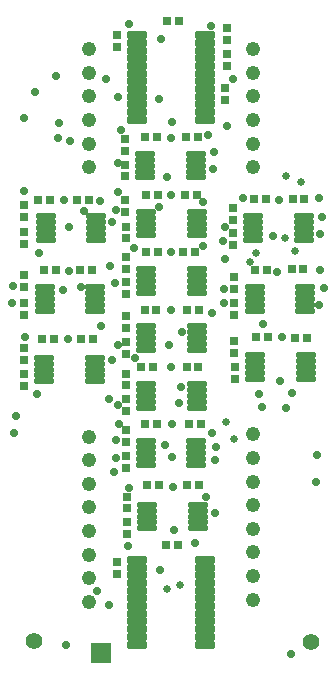
<source format=gts>
G04*
G04 #@! TF.GenerationSoftware,Altium Limited,Altium Designer,20.1.12 (249)*
G04*
G04 Layer_Color=8388736*
%FSLAX25Y25*%
%MOIN*%
G70*
G04*
G04 #@! TF.SameCoordinates,9E92894B-ADF9-450B-81D9-0332103B8D06*
G04*
G04*
G04 #@! TF.FilePolarity,Negative*
G04*
G01*
G75*
%ADD13R,0.03162X0.02769*%
%ADD14R,0.02769X0.03162*%
G04:AMPARAMS|DCode=15|XSize=65.87mil|YSize=19.02mil|CornerRadius=5.38mil|HoleSize=0mil|Usage=FLASHONLY|Rotation=0.000|XOffset=0mil|YOffset=0mil|HoleType=Round|Shape=RoundedRectangle|*
%AMROUNDEDRECTD15*
21,1,0.06587,0.00827,0,0,0.0*
21,1,0.05512,0.01902,0,0,0.0*
1,1,0.01076,0.02756,-0.00413*
1,1,0.01076,-0.02756,-0.00413*
1,1,0.01076,-0.02756,0.00413*
1,1,0.01076,0.02756,0.00413*
%
%ADD15ROUNDEDRECTD15*%
%ADD16R,0.06706X0.06706*%
G04:AMPARAMS|DCode=17|XSize=69.81mil|YSize=24.14mil|CornerRadius=6.02mil|HoleSize=0mil|Usage=FLASHONLY|Rotation=0.000|XOffset=0mil|YOffset=0mil|HoleType=Round|Shape=RoundedRectangle|*
%AMROUNDEDRECTD17*
21,1,0.06981,0.01211,0,0,0.0*
21,1,0.05778,0.02414,0,0,0.0*
1,1,0.01204,0.02889,-0.00605*
1,1,0.01204,-0.02889,-0.00605*
1,1,0.01204,-0.02889,0.00605*
1,1,0.01204,0.02889,0.00605*
%
%ADD17ROUNDEDRECTD17*%
%ADD18C,0.04800*%
%ADD19C,0.02800*%
%ADD20C,0.02572*%
%ADD21C,0.05524*%
D13*
X28642Y131398D02*
D03*
X24705D02*
D03*
X12598Y131398D02*
D03*
X16535D02*
D03*
X96260Y108957D02*
D03*
X100197D02*
D03*
X87303Y109153D02*
D03*
X83366D02*
D03*
X82874Y131398D02*
D03*
X86811D02*
D03*
X47047Y59842D02*
D03*
X50984D02*
D03*
X64370Y59744D02*
D03*
X60433D02*
D03*
X46358Y80066D02*
D03*
X50295D02*
D03*
X65059D02*
D03*
X61122D02*
D03*
X64075Y99194D02*
D03*
X60138D02*
D03*
X44980D02*
D03*
X48917D02*
D03*
X46161Y118322D02*
D03*
X50098D02*
D03*
X64272D02*
D03*
X60335D02*
D03*
X46555Y137450D02*
D03*
X50492D02*
D03*
X62795D02*
D03*
X58858D02*
D03*
X53445Y39781D02*
D03*
X57382D02*
D03*
X99410Y155038D02*
D03*
X95472D02*
D03*
X53740Y214682D02*
D03*
X57677D02*
D03*
X99114Y131890D02*
D03*
X95177D02*
D03*
X82579Y155038D02*
D03*
X86516D02*
D03*
X46358Y175984D02*
D03*
X50295D02*
D03*
X63878Y175886D02*
D03*
X59941D02*
D03*
X46654Y156578D02*
D03*
X50590D02*
D03*
X63583D02*
D03*
X59646D02*
D03*
X11909Y108366D02*
D03*
X15846D02*
D03*
X28839Y108465D02*
D03*
X24902D02*
D03*
X10728Y154995D02*
D03*
X14665D02*
D03*
X27461Y154995D02*
D03*
X23524D02*
D03*
D14*
X39862Y116043D02*
D03*
Y112106D02*
D03*
X39862Y123425D02*
D03*
Y127362D02*
D03*
X39961Y135925D02*
D03*
Y131988D02*
D03*
X75591Y139764D02*
D03*
Y143701D02*
D03*
X75886Y116535D02*
D03*
Y120472D02*
D03*
Y129134D02*
D03*
Y125197D02*
D03*
X76083Y103839D02*
D03*
Y107776D02*
D03*
X76279Y95177D02*
D03*
Y99114D02*
D03*
X36952Y209941D02*
D03*
Y206004D02*
D03*
X39862Y145965D02*
D03*
Y142028D02*
D03*
X39567Y166634D02*
D03*
Y162697D02*
D03*
X39469Y171178D02*
D03*
Y175115D02*
D03*
X39764Y150886D02*
D03*
Y154823D02*
D03*
X73048Y192126D02*
D03*
Y188189D02*
D03*
X73524Y212205D02*
D03*
Y208268D02*
D03*
X73524Y199606D02*
D03*
Y203543D02*
D03*
X36952Y30315D02*
D03*
Y34252D02*
D03*
X40157Y47441D02*
D03*
Y43504D02*
D03*
X40157Y52067D02*
D03*
Y56004D02*
D03*
X39961Y69587D02*
D03*
Y65650D02*
D03*
X39961Y74311D02*
D03*
Y78248D02*
D03*
X39862Y88484D02*
D03*
Y84547D02*
D03*
X39961Y93028D02*
D03*
Y96966D02*
D03*
X39961Y107382D02*
D03*
Y103445D02*
D03*
X5906Y129823D02*
D03*
Y125886D02*
D03*
X75590Y148245D02*
D03*
Y152182D02*
D03*
X5807Y96850D02*
D03*
Y92913D02*
D03*
X5807Y101476D02*
D03*
Y105413D02*
D03*
X6004Y120571D02*
D03*
Y116634D02*
D03*
X5906Y149213D02*
D03*
Y153150D02*
D03*
X5906Y144095D02*
D03*
Y140157D02*
D03*
D15*
X63484Y112695D02*
D03*
Y110726D02*
D03*
Y108758D02*
D03*
Y106789D02*
D03*
Y104821D02*
D03*
X46555D02*
D03*
Y106789D02*
D03*
Y108758D02*
D03*
Y110726D02*
D03*
Y112695D02*
D03*
X63484Y131823D02*
D03*
Y129854D02*
D03*
Y127886D02*
D03*
Y125917D02*
D03*
Y123949D02*
D03*
X46555D02*
D03*
Y125917D02*
D03*
Y127886D02*
D03*
Y129854D02*
D03*
Y131823D02*
D03*
X12851Y125771D02*
D03*
Y123802D02*
D03*
Y121834D02*
D03*
Y119865D02*
D03*
Y117897D02*
D03*
X29781D02*
D03*
Y119865D02*
D03*
Y121834D02*
D03*
Y123802D02*
D03*
Y125771D02*
D03*
X47047Y53281D02*
D03*
Y51313D02*
D03*
Y49345D02*
D03*
Y47376D02*
D03*
Y45408D02*
D03*
X63976D02*
D03*
Y47376D02*
D03*
Y49345D02*
D03*
Y51313D02*
D03*
Y53281D02*
D03*
X63484Y93567D02*
D03*
Y91598D02*
D03*
Y89630D02*
D03*
Y87661D02*
D03*
Y85693D02*
D03*
X46555D02*
D03*
Y87661D02*
D03*
Y89630D02*
D03*
Y91598D02*
D03*
Y93567D02*
D03*
X99311Y149411D02*
D03*
Y147442D02*
D03*
Y145474D02*
D03*
Y143506D02*
D03*
Y141537D02*
D03*
X82382D02*
D03*
Y143506D02*
D03*
Y145474D02*
D03*
Y147442D02*
D03*
Y149411D02*
D03*
X99761Y125771D02*
D03*
Y123802D02*
D03*
Y121834D02*
D03*
Y119865D02*
D03*
Y117897D02*
D03*
X82832D02*
D03*
Y119865D02*
D03*
Y121834D02*
D03*
Y123802D02*
D03*
Y125771D02*
D03*
X99803Y103231D02*
D03*
Y101263D02*
D03*
Y99294D02*
D03*
Y97326D02*
D03*
Y95357D02*
D03*
X82874D02*
D03*
Y97326D02*
D03*
Y99294D02*
D03*
Y101263D02*
D03*
Y103231D02*
D03*
X12556Y102280D02*
D03*
Y100312D02*
D03*
Y98343D02*
D03*
Y96375D02*
D03*
Y94406D02*
D03*
X29485D02*
D03*
Y96375D02*
D03*
Y98343D02*
D03*
Y100312D02*
D03*
Y102280D02*
D03*
X46260Y170259D02*
D03*
Y168290D02*
D03*
Y166322D02*
D03*
Y164353D02*
D03*
Y162385D02*
D03*
X63189D02*
D03*
Y164353D02*
D03*
Y166322D02*
D03*
Y168290D02*
D03*
Y170259D02*
D03*
X63540Y150951D02*
D03*
Y148982D02*
D03*
Y147014D02*
D03*
Y145045D02*
D03*
Y143077D02*
D03*
X46611D02*
D03*
Y145045D02*
D03*
Y147014D02*
D03*
Y148982D02*
D03*
Y150951D02*
D03*
X30118Y149368D02*
D03*
Y147400D02*
D03*
Y145431D02*
D03*
Y143463D02*
D03*
Y141494D02*
D03*
X13189D02*
D03*
Y143463D02*
D03*
Y145431D02*
D03*
Y147400D02*
D03*
Y149368D02*
D03*
X63442Y74439D02*
D03*
Y72470D02*
D03*
Y70502D02*
D03*
Y68533D02*
D03*
Y66565D02*
D03*
X46513D02*
D03*
Y68533D02*
D03*
Y70502D02*
D03*
Y72470D02*
D03*
Y74439D02*
D03*
D16*
X31791Y3937D02*
D03*
D17*
X43701Y34843D02*
D03*
Y32283D02*
D03*
Y29724D02*
D03*
Y27165D02*
D03*
Y24606D02*
D03*
Y22047D02*
D03*
Y19488D02*
D03*
Y16929D02*
D03*
Y14370D02*
D03*
Y11811D02*
D03*
Y9252D02*
D03*
Y6693D02*
D03*
X66299D02*
D03*
Y9252D02*
D03*
Y11811D02*
D03*
Y14370D02*
D03*
Y16929D02*
D03*
Y19488D02*
D03*
Y22047D02*
D03*
Y24606D02*
D03*
Y27165D02*
D03*
Y29724D02*
D03*
Y32283D02*
D03*
Y34843D02*
D03*
Y209744D02*
D03*
Y207185D02*
D03*
Y204626D02*
D03*
Y202067D02*
D03*
Y199508D02*
D03*
Y196949D02*
D03*
Y194390D02*
D03*
Y191831D02*
D03*
Y189272D02*
D03*
Y186713D02*
D03*
Y184153D02*
D03*
Y181595D02*
D03*
X43701D02*
D03*
Y184153D02*
D03*
Y186713D02*
D03*
Y189272D02*
D03*
Y191831D02*
D03*
Y194390D02*
D03*
Y196949D02*
D03*
Y199508D02*
D03*
Y202067D02*
D03*
Y204626D02*
D03*
Y207185D02*
D03*
Y209744D02*
D03*
D18*
X27559Y28740D02*
D03*
Y20866D02*
D03*
Y36614D02*
D03*
Y44488D02*
D03*
Y52362D02*
D03*
Y60236D02*
D03*
Y68110D02*
D03*
Y75984D02*
D03*
X82284Y68898D02*
D03*
Y76772D02*
D03*
Y61024D02*
D03*
Y53150D02*
D03*
Y45276D02*
D03*
Y37402D02*
D03*
Y29528D02*
D03*
Y21654D02*
D03*
X27559Y205167D02*
D03*
Y197293D02*
D03*
Y189419D02*
D03*
Y181545D02*
D03*
Y165797D02*
D03*
Y173671D02*
D03*
X82284Y165748D02*
D03*
Y173622D02*
D03*
Y181496D02*
D03*
Y189370D02*
D03*
Y205118D02*
D03*
Y197244D02*
D03*
D19*
X68701Y77067D02*
D03*
X85630Y113681D02*
D03*
X89075Y143012D02*
D03*
X90444Y130995D02*
D03*
X67126Y176673D02*
D03*
X56102Y44882D02*
D03*
X37588Y80325D02*
D03*
X35860Y64173D02*
D03*
X35425Y101386D02*
D03*
X42815Y102067D02*
D03*
X10138Y90256D02*
D03*
X21096Y131299D02*
D03*
X11024Y137303D02*
D03*
X24917Y126012D02*
D03*
X18996Y124803D02*
D03*
X73032Y135335D02*
D03*
X68504Y117323D02*
D03*
X31266Y154557D02*
D03*
X37238Y167152D02*
D03*
X55216Y80118D02*
D03*
X90945Y154823D02*
D03*
X38386Y178248D02*
D03*
X40945Y213681D02*
D03*
X69587Y50591D02*
D03*
X65650Y154331D02*
D03*
X70079Y72638D02*
D03*
X69587Y68209D02*
D03*
X63058Y40453D02*
D03*
X72597Y125041D02*
D03*
X72736Y120571D02*
D03*
X75492Y195276D02*
D03*
X68405Y212992D02*
D03*
X53740Y162402D02*
D03*
X5906Y157874D02*
D03*
X42717Y138976D02*
D03*
X65650Y139469D02*
D03*
X78839Y155512D02*
D03*
X104429Y155413D02*
D03*
X104626Y131595D02*
D03*
X91142Y94587D02*
D03*
X31791Y112697D02*
D03*
X6398Y109252D02*
D03*
X40748Y39370D02*
D03*
X40945Y58957D02*
D03*
X66535Y56004D02*
D03*
X94980Y3543D02*
D03*
X20079Y6693D02*
D03*
X51279Y31693D02*
D03*
X50886Y188681D02*
D03*
X51673Y208366D02*
D03*
X36647Y68799D02*
D03*
X36722Y74803D02*
D03*
X58366Y92618D02*
D03*
X57480Y87303D02*
D03*
X53051Y73327D02*
D03*
X34547Y132874D02*
D03*
X58661Y110858D02*
D03*
X92028Y109252D02*
D03*
X72918Y145881D02*
D03*
X72146Y141339D02*
D03*
X104313Y119882D02*
D03*
X55413Y69095D02*
D03*
X37305Y86520D02*
D03*
X34449Y88386D02*
D03*
X30199Y24483D02*
D03*
X54331Y106595D02*
D03*
X103445Y61024D02*
D03*
X103543Y69784D02*
D03*
X105905Y125492D02*
D03*
X104626Y143504D02*
D03*
X105413Y149311D02*
D03*
X26124Y151223D02*
D03*
X3347Y82874D02*
D03*
X16732Y196161D02*
D03*
X9646Y190748D02*
D03*
X17126Y175492D02*
D03*
X17618Y180413D02*
D03*
X37303Y157480D02*
D03*
X21063Y145866D02*
D03*
X51034Y152378D02*
D03*
X68996Y165059D02*
D03*
X69427Y170953D02*
D03*
X21161Y174508D02*
D03*
X55610Y59350D02*
D03*
X54823Y99114D02*
D03*
X20669Y108465D02*
D03*
X19193Y154921D02*
D03*
X95235Y90690D02*
D03*
X85236Y85827D02*
D03*
X84252Y90059D02*
D03*
X54921Y118209D02*
D03*
Y137598D02*
D03*
Y156496D02*
D03*
X54823Y175492D02*
D03*
X2559Y77165D02*
D03*
X37419Y106693D02*
D03*
X34154Y19783D02*
D03*
X93209Y85630D02*
D03*
X35260Y147417D02*
D03*
X36417Y127165D02*
D03*
X73721Y179688D02*
D03*
X36581Y151659D02*
D03*
X37303Y189075D02*
D03*
X33366Y195177D02*
D03*
X2165Y126181D02*
D03*
X5870Y182085D02*
D03*
X2028Y120459D02*
D03*
X55174Y180896D02*
D03*
D20*
X96260Y137894D02*
D03*
X92913Y142323D02*
D03*
X83169Y137303D02*
D03*
X81201Y134153D02*
D03*
X76100Y75098D02*
D03*
X73228Y80709D02*
D03*
X93307Y162992D02*
D03*
X53740Y25295D02*
D03*
X57874Y26378D02*
D03*
X98327Y161024D02*
D03*
D21*
X9449Y7776D02*
D03*
X101673Y7382D02*
D03*
M02*

</source>
